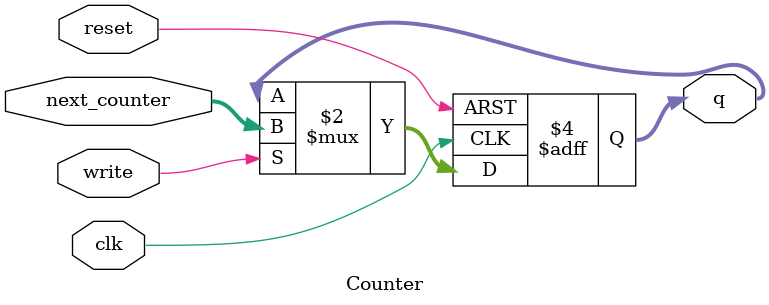
<source format=v>
module  Counter(
input clk, reset,
input[3:0] next_counter,
input write,
output reg[3:0] q
);
always @(posedge clk or posedge reset)begin
if(reset)
q <= 4'd0;
else if(write)
q <= next_counter;
end  
endmodule

</source>
